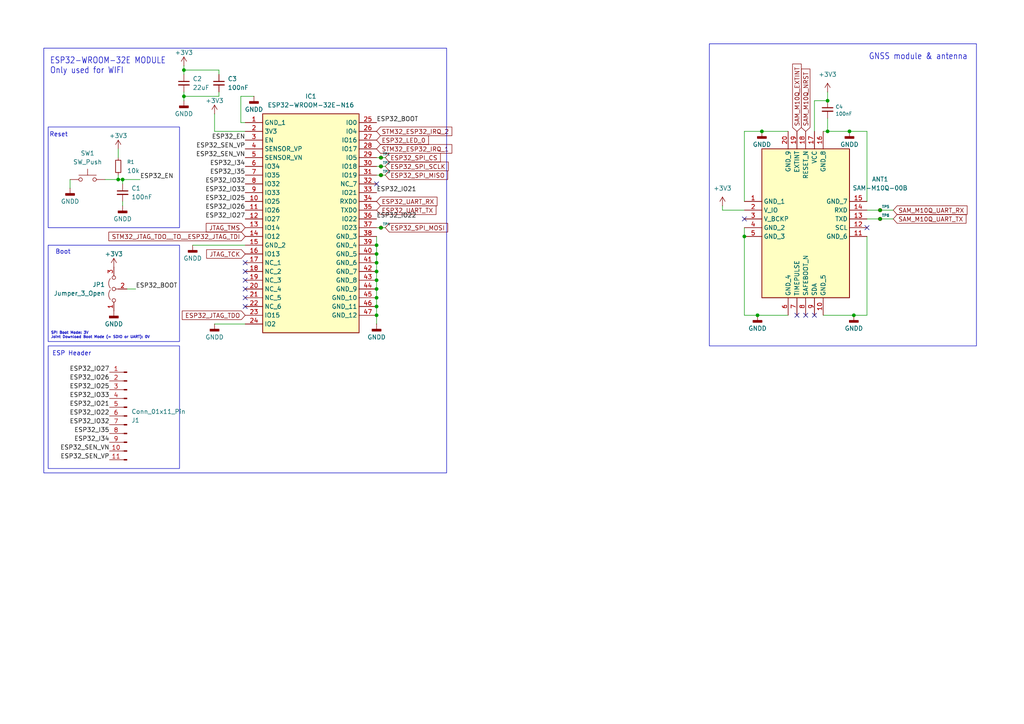
<source format=kicad_sch>
(kicad_sch (version 20250114) (generator "eeschema") (generator_version "9.0")
  (paper "A4")
  (title_block (title "Toxic_Detection_PCB") (date "2026-02-12") (rev "4.1") (company "Company: LNIS") (comment 4 "Author: Paul Capgras"))
  (lib_symbols
    (symbol "+3V3_1" (power) (pin_numbers (hide yes)) (pin_names (offset 0) (hide yes))
      (property "Value" "+3V3" (at 0 3.556 0))
      (symbol "+3V3_1_0_1"
        (polyline (pts (xy -0.762 1.27) (xy 0 2.54)))
        (polyline (pts (xy 0 2.54) (xy 0.762 1.27)))
        (polyline (pts (xy 0 0) (xy 0 2.54)))
      )
      (symbol "+3V3_1_1_1"
        (pin power_in line (at 0 0 90) (length 0) (name "~") (number "1"))
      )
    )
    (symbol "+3V3_2" (power) (pin_numbers (hide yes)) (pin_names (offset 0) (hide yes))
      (property "Value" "+3V3" (at 0 3.556 0))
      (symbol "+3V3_2_0_1"
        (polyline (pts (xy -0.762 1.27) (xy 0 2.54)))
        (polyline (pts (xy 0 2.54) (xy 0.762 1.27)))
        (polyline (pts (xy 0 0) (xy 0 2.54)))
      )
      (symbol "+3V3_2_1_1"
        (pin power_in line (at 0 0 90) (length 0) (name "~") (number "1"))
      )
    )
    (symbol "Connector:Conn_01x11_Pin" (pin_names (offset 1.016) (hide yes))
      (property "Reference" "J" (at 0 15.24 0))
      (property "Value" "Conn_01x11_Pin" (at 0 -15.24 0))
      (symbol "Conn_01x11_Pin_1_1"
        (rectangle (start 0.8636 12.827) (end 0 12.573) (stroke (width 0.1524)) (fill (type outline)))
        (rectangle (start 0.8636 10.287) (end 0 10.033) (stroke (width 0.1524)) (fill (type outline)))
        (rectangle (start 0.8636 7.747) (end 0 7.493) (stroke (width 0.1524)) (fill (type outline)))
        (rectangle (start 0.8636 5.207) (end 0 4.953) (stroke (width 0.1524)) (fill (type outline)))
        (rectangle (start 0.8636 2.667) (end 0 2.413) (stroke (width 0.1524)) (fill (type outline)))
        (rectangle (start 0.8636 0.127) (end 0 -0.127) (stroke (width 0.1524)) (fill (type outline)))
        (rectangle (start 0.8636 -2.413) (end 0 -2.667) (stroke (width 0.1524)) (fill (type outline)))
        (rectangle (start 0.8636 -4.953) (end 0 -5.207) (stroke (width 0.1524)) (fill (type outline)))
        (rectangle (start 0.8636 -7.493) (end 0 -7.747) (stroke (width 0.1524)) (fill (type outline)))
        (rectangle (start 0.8636 -10.033) (end 0 -10.287) (stroke (width 0.1524)) (fill (type outline)))
        (rectangle (start 0.8636 -12.573) (end 0 -12.827) (stroke (width 0.1524)) (fill (type outline)))
        (polyline (pts (xy 1.27 12.7) (xy 0.8636 12.7)) (stroke (width 0.1524)))
        (polyline (pts (xy 1.27 10.16) (xy 0.8636 10.16)) (stroke (width 0.1524)))
        (polyline (pts (xy 1.27 7.62) (xy 0.8636 7.62)) (stroke (width 0.1524)))
        (polyline (pts (xy 1.27 5.08) (xy 0.8636 5.08)) (stroke (width 0.1524)))
        (polyline (pts (xy 1.27 2.54) (xy 0.8636 2.54)) (stroke (width 0.1524)))
        (polyline (pts (xy 1.27 0) (xy 0.8636 0)) (stroke (width 0.1524)))
        (polyline (pts (xy 1.27 -2.54) (xy 0.8636 -2.54)) (stroke (width 0.1524)))
        (polyline (pts (xy 1.27 -5.08) (xy 0.8636 -5.08)) (stroke (width 0.1524)))
        (polyline (pts (xy 1.27 -7.62) (xy 0.8636 -7.62)) (stroke (width 0.1524)))
        (polyline (pts (xy 1.27 -10.16) (xy 0.8636 -10.16)) (stroke (width 0.1524)))
        (polyline (pts (xy 1.27 -12.7) (xy 0.8636 -12.7)) (stroke (width 0.1524)))
        (pin passive line (at 5.08 12.7 180) (length 3.81) (name "Pin_1") (number "1"))
        (pin passive line (at 5.08 10.16 180) (length 3.81) (name "Pin_2") (number "2"))
        (pin passive line (at 5.08 7.62 180) (length 3.81) (name "Pin_3") (number "3"))
        (pin passive line (at 5.08 5.08 180) (length 3.81) (name "Pin_4") (number "4"))
        (pin passive line (at 5.08 2.54 180) (length 3.81) (name "Pin_5") (number "5"))
        (pin passive line (at 5.08 0 180) (length 3.81) (name "Pin_6") (number "6"))
        (pin passive line (at 5.08 -2.54 180) (length 3.81) (name "Pin_7") (number "7"))
        (pin passive line (at 5.08 -5.08 180) (length 3.81) (name "Pin_8") (number "8"))
        (pin passive line (at 5.08 -7.62 180) (length 3.81) (name "Pin_9") (number "9"))
        (pin passive line (at 5.08 -10.16 180) (length 3.81) (name "Pin_10") (number "10"))
        (pin passive line (at 5.08 -12.7 180) (length 3.81) (name "Pin_11") (number "11"))
      )
    )
    (symbol "Connector:TestPoint_Small" (pin_numbers (hide yes)) (pin_names (offset 0.762) (hide yes))
      (property "Reference" "TP" (at 0 3.81 0))
      (property "Value" "TestPoint_Small" (at 0 2.032 0))
      (symbol "TestPoint_Small_0_1"
        (circle (center 0 0) (radius 0.508))
      )
      (symbol "TestPoint_Small_1_1"
        (pin passive line (at 0 0 90) (length 0) (name "1") (number "1"))
      )
    )
    (symbol "Device:C_Small" (pin_numbers (hide yes)) (pin_names (offset 0.254) (hide yes))
      (property "Reference" "C" (at 0.254 1.778 0))
      (property "Value" "C_Small" (at 0.254 -2.032 0))
      (symbol "C_Small_0_1"
        (polyline (pts (xy -1.524 0.508) (xy 1.524 0.508)) (stroke (width 0.3048)))
        (polyline (pts (xy -1.524 -0.508) (xy 1.524 -0.508)) (stroke (width 0.3302)))
      )
      (symbol "C_Small_1_1"
        (pin passive line (at 0 2.54 270) (length 2.032) (name "~") (number "1"))
        (pin passive line (at 0 -2.54 90) (length 2.032) (name "~") (number "2"))
      )
    )
    (symbol "Device:R_Small" (pin_numbers (hide yes)) (pin_names (offset 0.254) (hide yes))
      (property "Reference" "R" (at 0 0 90))
      (property "Value" "R_Small" (at 1.778 0 90))
      (symbol "R_Small_0_1"
        (rectangle (start -0.762 1.778) (end 0.762 -1.778) (stroke (width 0.2032)))
      )
      (symbol "R_Small_1_1"
        (pin passive line (at 0 2.54 270) (length 0.762) (name "~") (number "1"))
        (pin passive line (at 0 -2.54 90) (length 0.762) (name "~") (number "2"))
      )
    )
    (symbol "ESP32-WROOM-32E-N16:ESP32-WROOM-32E-N16"
      (property "Reference" "IC" (at 34.29 7.62 0))
      (property "Value" "ESP32-WROOM-32E-N16" (at 34.29 5.08 0))
      (symbol "ESP32-WROOM-32E-N16_1_1"
        (rectangle (start 5.08 2.54) (end 33.02 -60.96) (stroke (width 0.254)) (fill (type background)))
        (pin passive line (at 0 0 0) (length 5.08) (name "GND_1") (number "1"))
        (pin passive line (at 0 -2.54 0) (length 5.08) (name "3V3") (number "2"))
        (pin passive line (at 0 -5.08 0) (length 5.08) (name "EN") (number "3"))
        (pin passive line (at 0 -7.62 0) (length 5.08) (name "SENSOR_VP") (number "4"))
        (pin passive line (at 0 -10.16 0) (length 5.08) (name "SENSOR_VN") (number "5"))
        (pin passive line (at 0 -12.7 0) (length 5.08) (name "IO34") (number "6"))
        (pin passive line (at 0 -15.24 0) (length 5.08) (name "IO35") (number "7"))
        (pin passive line (at 0 -17.78 0) (length 5.08) (name "IO32") (number "8"))
        (pin passive line (at 0 -20.32 0) (length 5.08) (name "IO33") (number "9"))
        (pin passive line (at 0 -22.86 0) (length 5.08) (name "IO25") (number "10"))
        (pin passive line (at 0 -25.4 0) (length 5.08) (name "IO26") (number "11"))
        (pin passive line (at 0 -27.94 0) (length 5.08) (name "IO27") (number "12"))
        (pin passive line (at 0 -30.48 0) (length 5.08) (name "IO14") (number "13"))
        (pin passive line (at 0 -33.02 0) (length 5.08) (name "IO12") (number "14"))
        (pin passive line (at 0 -35.56 0) (length 5.08) (name "GND_2") (number "15"))
        (pin passive line (at 0 -38.1 0) (length 5.08) (name "IO13") (number "16"))
        (pin passive line (at 0 -40.64 0) (length 5.08) (name "NC_1") (number "17"))
        (pin passive line (at 0 -43.18 0) (length 5.08) (name "NC_2") (number "18"))
        (pin passive line (at 0 -45.72 0) (length 5.08) (name "NC_3") (number "19"))
        (pin passive line (at 0 -48.26 0) (length 5.08) (name "NC_4") (number "20"))
        (pin passive line (at 0 -50.8 0) (length 5.08) (name "NC_5") (number "21"))
        (pin passive line (at 0 -53.34 0) (length 5.08) (name "NC_6") (number "22"))
        (pin passive line (at 0 -55.88 0) (length 5.08) (name "IO15") (number "23"))
        (pin passive line (at 0 -58.42 0) (length 5.08) (name "IO2") (number "24"))
        (pin passive line (at 38.1 0 180) (length 5.08) (name "IO0") (number "25"))
        (pin passive line (at 38.1 -2.54 180) (length 5.08) (name "IO4") (number "26"))
        (pin passive line (at 38.1 -5.08 180) (length 5.08) (name "IO16") (number "27"))
        (pin passive line (at 38.1 -7.62 180) (length 5.08) (name "IO17") (number "28"))
        (pin passive line (at 38.1 -10.16 180) (length 5.08) (name "IO5") (number "29"))
        (pin passive line (at 38.1 -12.7 180) (length 5.08) (name "IO18") (number "30"))
        (pin passive line (at 38.1 -15.24 180) (length 5.08) (name "IO19") (number "31"))
        (pin passive line (at 38.1 -17.78 180) (length 5.08) (name "NC_7") (number "32"))
        (pin passive line (at 38.1 -20.32 180) (length 5.08) (name "IO21") (number "33"))
        (pin passive line (at 38.1 -22.86 180) (length 5.08) (name "RXD0") (number "34"))
        (pin passive line (at 38.1 -25.4 180) (length 5.08) (name "TXD0") (number "35"))
        (pin passive line (at 38.1 -27.94 180) (length 5.08) (name "IO22") (number "36"))
        (pin passive line (at 38.1 -30.48 180) (length 5.08) (name "IO23") (number "37"))
        (pin passive line (at 38.1 -33.02 180) (length 5.08) (name "GND_3") (number "38"))
        (pin passive line (at 38.1 -35.56 180) (length 5.08) (name "GND_4") (number "39"))
        (pin passive line (at 38.1 -38.1 180) (length 5.08) (name "GND_5") (number "40"))
        (pin passive line (at 38.1 -40.64 180) (length 5.08) (name "GND_6") (number "41"))
        (pin passive line (at 38.1 -43.18 180) (length 5.08) (name "GND_7") (number "42"))
        (pin passive line (at 38.1 -45.72 180) (length 5.08) (name "GND_8") (number "43"))
        (pin passive line (at 38.1 -48.26 180) (length 5.08) (name "GND_9") (number "44"))
        (pin passive line (at 38.1 -50.8 180) (length 5.08) (name "GND_10") (number "45"))
        (pin passive line (at 38.1 -53.34 180) (length 5.08) (name "GND_11") (number "46"))
        (pin passive line (at 38.1 -55.88 180) (length 5.08) (name "GND_12") (number "47"))
      )
    )
    (symbol "Jumper:Jumper_3_Open" (pin_names (offset 0) (hide yes)) (in_bom no)
      (property "Reference" "JP" (at -2.54 -2.54 0))
      (property "Value" "Jumper_3_Open" (at 0 2.794 0))
      (symbol "Jumper_3_Open_0_0"
        (circle (center -3.302 0) (radius 0.508))
        (circle (center 0 0) (radius 0.508))
        (circle (center 3.302 0) (radius 0.508))
      )
      (symbol "Jumper_3_Open_0_1"
        (arc (start -3.048 1.016) (mid -1.651 1.4992) (end -0.254 1.016))
        (polyline (pts (xy 0 -0.508) (xy 0 -1.27)))
        (arc (start 0.254 1.016) (mid 1.651 1.4992) (end 3.048 1.016))
      )
      (symbol "Jumper_3_Open_1_1"
        (pin passive line (at -6.35 0 0) (length 2.54) (name "A") (number "1"))
        (pin passive line (at 0 -3.81 90) (length 2.54) (name "C") (number "2"))
        (pin passive line (at 6.35 0 180) (length 2.54) (name "B") (number "3"))
      )
    )
    (symbol "SAM-M10Q-00B:SAM-M10Q-00B"
      (property "Reference" "ANT" (at 31.75 20.32 0))
      (property "Value" "SAM-M10Q-00B" (at 31.75 17.78 0))
      (symbol "SAM-M10Q-00B_1_1"
        (rectangle (start 5.08 15.24) (end 30.48 -27.94) (stroke (width 0.254)) (fill (type background)))
        (pin passive line (at 0 0 0) (length 5.08) (name "GND_1") (number "1"))
        (pin passive line (at 0 -2.54 0) (length 5.08) (name "V_IO") (number "2"))
        (pin passive line (at 0 -5.08 0) (length 5.08) (name "V_BCKP") (number "3"))
        (pin passive line (at 0 -7.62 0) (length 5.08) (name "GND_2") (number "4"))
        (pin passive line (at 0 -10.16 0) (length 5.08) (name "GND_3") (number "5"))
        (pin passive line (at 12.7 20.32 270) (length 5.08) (name "GND_9") (number "20"))
        (pin passive line (at 12.7 -33.02 90) (length 5.08) (name "GND_4") (number "6"))
        (pin passive line (at 15.24 20.32 270) (length 5.08) (name "EXTINT") (number "19"))
        (pin passive line (at 15.24 -33.02 90) (length 5.08) (name "TIMEPULSE") (number "7"))
        (pin passive line (at 17.78 20.32 270) (length 5.08) (name "RESET_N") (number "18"))
        (pin passive line (at 17.78 -33.02 90) (length 5.08) (name "SAFEBOOT_N") (number "8"))
        (pin passive line (at 20.32 20.32 270) (length 5.08) (name "VCC") (number "17"))
        (pin passive line (at 20.32 -33.02 90) (length 5.08) (name "SDA") (number "9"))
        (pin passive line (at 22.86 20.32 270) (length 5.08) (name "GND_8") (number "16"))
        (pin passive line (at 22.86 -33.02 90) (length 5.08) (name "GND_5") (number "10"))
        (pin passive line (at 35.56 0 180) (length 5.08) (name "GND_7") (number "15"))
        (pin passive line (at 35.56 -2.54 180) (length 5.08) (name "RXD") (number "14"))
        (pin passive line (at 35.56 -5.08 180) (length 5.08) (name "TXD") (number "13"))
        (pin passive line (at 35.56 -7.62 180) (length 5.08) (name "SCL") (number "12"))
        (pin passive line (at 35.56 -10.16 180) (length 5.08) (name "GND_6") (number "11"))
      )
    )
    (symbol "Switch:SW_Push" (pin_numbers (hide yes)) (pin_names (offset 1.016) (hide yes))
      (property "Reference" "SW" (at 1.27 2.54 0))
      (property "Value" "SW_Push" (at 0 -1.524 0))
      (symbol "SW_Push_0_1"
        (circle (center -2.032 0) (radius 0.508))
        (polyline (pts (xy 0 1.27) (xy 0 3.048)))
        (circle (center 2.032 0) (radius 0.508))
        (polyline (pts (xy 2.54 1.27) (xy -2.54 1.27)))
        (pin passive line (at -5.08 0 0) (length 2.54) (name "1") (number "1"))
        (pin passive line (at 5.08 0 180) (length 2.54) (name "2") (number "2"))
      )
    )
    (symbol "power:GNDD" (power) (pin_numbers (hide yes)) (pin_names (offset 0) (hide yes))
      (property "Value" "GNDD" (at 0 -3.175 0))
      (symbol "GNDD_0_1"
        (rectangle (start -1.27 -1.524) (end 1.27 -2.032) (stroke (width 0.254)) (fill (type outline)))
        (polyline (pts (xy 0 0) (xy 0 -1.524)))
      )
      (symbol "GNDD_1_1"
        (pin power_in line (at 0 0 270) (length 0) (name "~") (number "1"))
      )
    )
  )
  (rectangle (start 205.74 12.7) (end 283.21 100.33))
  (rectangle (start 13.97 71.12) (end 52.07 99.06))
  (rectangle (start 13.97 100.33) (end 52.07 135.89))
  (rectangle (start 12.7 13.97) (end 129.54 137.16))
  (rectangle (start 13.97 36.83) (end 52.07 66.04))
  (text "Boot" (at 18.288 73.152 0) (effects (font (size 1.27 1.27))))
  (text "GNSS module & antenna" (at 251.968 17.526 0) (effects (font (size 1.778 1.5113)) (justify left bottom)))
  (text "ESP Header" (at 20.828 102.616 0) (effects (font (size 1.27 1.27))))
  (text "Reset" (at 17.018 39.116 0) (effects (font (size 1.27 1.27))))
  (text "SPI Boot Mode: 3V\nJoint Download Boot Mode (= SDIO or UART): 0V" (at 14.732 97.282 0) (effects (font (size 0.762 0.762)) (justify left)))
  (text "ESP32-WROOM-32E MODULE\nOnly used for WIFI" (at 14.478 21.59 0) (effects (font (size 1.778 1.5113)) (justify left bottom)))
  (junction (at 246.38 38.1))
  (junction (at 110.49 48.26))
  (junction (at 215.9 68.58))
  (junction (at 109.22 91.44))
  (junction (at 109.22 83.82))
  (junction (at 255.27 60.96))
  (junction (at 110.49 45.72))
  (junction (at 240.03 29.21))
  (junction (at 219.71 91.44))
  (junction (at 247.65 91.44))
  (junction (at 109.22 78.74))
  (junction (at 109.22 81.28))
  (junction (at 109.22 71.12))
  (junction (at 35.56 52.07))
  (junction (at 109.22 73.66))
  (junction (at 110.49 66.04))
  (junction (at 109.22 86.36))
  (junction (at 53.34 20.32))
  (junction (at 255.27 63.5))
  (junction (at 109.22 88.9))
  (junction (at 53.34 27.94))
  (junction (at 220.98 38.1))
  (junction (at 109.22 76.2))
  (junction (at 110.49 50.8))
  (junction (at 34.29 52.07))
  (junction (at 240.03 38.1))
  (no_connect (at 71.12 81.28))
  (no_connect (at 251.46 66.04))
  (no_connect (at 215.9 63.5))
  (no_connect (at 71.12 78.74))
  (no_connect (at 236.22 91.44))
  (no_connect (at 71.12 86.36))
  (no_connect (at 231.14 91.44))
  (no_connect (at 71.12 83.82))
  (no_connect (at 233.68 91.44))
  (no_connect (at 71.12 88.9))
  (no_connect (at 109.22 53.34))
  (no_connect (at 71.12 76.2))
  (wire (pts (xy 73.66 27.94) (xy 69.85 27.94)))
  (wire (pts (xy 209.55 59.69) (xy 209.55 60.96)))
  (wire (pts (xy 53.34 27.94) (xy 63.5 27.94)))
  (wire (pts (xy 240.03 26.67) (xy 240.03 29.21)))
  (wire (pts (xy 215.9 38.1) (xy 220.98 38.1)))
  (wire (pts (xy 259.08 60.96) (xy 255.27 60.96)))
  (wire (pts (xy 247.65 91.44) (xy 251.46 91.44)))
  (wire (pts (xy 109.22 48.26) (xy 110.49 48.26)))
  (wire (pts (xy 62.23 38.1) (xy 71.12 38.1)))
  (wire (pts (xy 111.76 48.26) (xy 110.49 48.26)))
  (wire (pts (xy 30.48 52.07) (xy 34.29 52.07)))
  (wire (pts (xy 20.32 54.61) (xy 20.32 52.07)))
  (wire (pts (xy 246.38 38.1) (xy 251.46 38.1)))
  (wire (pts (xy 259.08 63.5) (xy 255.27 63.5)))
  (wire (pts (xy 69.85 27.94) (xy 69.85 35.56)))
  (wire (pts (xy 53.34 27.94) (xy 53.34 29.21)))
  (wire (pts (xy 111.76 45.72) (xy 110.49 45.72)))
  (wire (pts (xy 39.37 83.82) (xy 36.83 83.82)))
  (wire (pts (xy 219.71 91.44) (xy 215.9 91.44)))
  (wire (pts (xy 209.55 60.96) (xy 215.9 60.96)))
  (wire (pts (xy 236.22 29.21) (xy 236.22 38.1)))
  (wire (pts (xy 35.56 52.07) (xy 40.64 52.07)))
  (wire (pts (xy 228.6 38.1) (xy 220.98 38.1)))
  (wire (pts (xy 251.46 38.1) (xy 251.46 58.42)))
  (wire (pts (xy 251.46 60.96) (xy 255.27 60.96)))
  (wire (pts (xy 35.56 52.07) (xy 35.56 53.34)))
  (wire (pts (xy 34.29 50.8) (xy 34.29 52.07)))
  (wire (pts (xy 53.34 20.32) (xy 53.34 21.59)))
  (wire (pts (xy 53.34 19.05) (xy 53.34 20.32)))
  (wire (pts (xy 55.88 71.12) (xy 71.12 71.12)))
  (wire (pts (xy 63.5 20.32) (xy 63.5 21.59)))
  (wire (pts (xy 53.34 26.67) (xy 53.34 27.94)))
  (wire (pts (xy 63.5 26.67) (xy 63.5 27.94)))
  (wire (pts (xy 34.29 52.07) (xy 35.56 52.07)))
  (wire (pts (xy 62.23 93.98) (xy 71.12 93.98)))
  (wire (pts (xy 238.76 91.44) (xy 247.65 91.44)))
  (wire (pts (xy 251.46 68.58) (xy 251.46 91.44)))
  (wire (pts (xy 111.76 50.8) (xy 110.49 50.8)))
  (wire (pts (xy 53.34 20.32) (xy 63.5 20.32)))
  (wire (pts (xy 255.27 63.5) (xy 251.46 63.5)))
  (wire (pts (xy 240.03 34.29) (xy 240.03 38.1)))
  (wire (pts (xy 34.29 43.18) (xy 34.29 45.72)))
  (wire (pts (xy 109.22 91.44) (xy 109.22 93.98)))
  (wire (pts (xy 109.22 68.58) (xy 109.22 71.12)))
  (wire (pts (xy 109.22 78.74) (xy 109.22 81.28)))
  (wire (pts (xy 109.22 73.66) (xy 109.22 76.2)))
  (wire (pts (xy 109.22 71.12) (xy 109.22 73.66)))
  (wire (pts (xy 62.23 33.02) (xy 62.23 38.1)))
  (wire (pts (xy 238.76 38.1) (xy 240.03 38.1)))
  (wire (pts (xy 215.9 38.1) (xy 215.9 58.42)))
  (wire (pts (xy 109.22 66.04) (xy 110.49 66.04)))
  (wire (pts (xy 109.22 45.72) (xy 110.49 45.72)))
  (wire (pts (xy 109.22 83.82) (xy 109.22 86.36)))
  (wire (pts (xy 240.03 38.1) (xy 246.38 38.1)))
  (wire (pts (xy 109.22 76.2) (xy 109.22 78.74)))
  (wire (pts (xy 35.56 59.69) (xy 35.56 58.42)))
  (wire (pts (xy 228.6 91.44) (xy 219.71 91.44)))
  (wire (pts (xy 215.9 66.04) (xy 215.9 68.58)))
  (wire (pts (xy 240.03 29.21) (xy 236.22 29.21)))
  (wire (pts (xy 110.49 50.8) (xy 109.22 50.8)))
  (wire (pts (xy 215.9 68.58) (xy 215.9 91.44)))
  (wire (pts (xy 109.22 81.28) (xy 109.22 83.82)))
  (wire (pts (xy 69.85 35.56) (xy 71.12 35.56)))
  (wire (pts (xy 110.49 66.04) (xy 111.76 66.04)))
  (wire (pts (xy 109.22 86.36) (xy 109.22 88.9)))
  (wire (pts (xy 109.22 88.9) (xy 109.22 91.44)))
  (label "ESP32_I35" (at 31.75 125.73 180))
  (label "ESP32_I34" (at 31.75 128.27 180))
  (label "ESP32_SEN_VN" (at 71.12 45.72 180))
  (label "ESP32_IO26" (at 71.12 60.96 180))
  (label "ESP32_IO32" (at 31.75 123.19 180))
  (label "ESP32_SEN_VN" (at 31.75 130.81 180))
  (label "ESP32_IO22" (at 31.75 120.65 180))
  (label "ESP32_EN" (at 71.12 40.64 180))
  (label "ESP32_IO32" (at 71.12 53.34 180))
  (label "ESP32_SEN_VP" (at 71.12 43.18 180))
  (label "ESP32_IO21" (at 109.22 55.88 0))
  (label "ESP32_IO33" (at 71.12 55.88 180))
  (label "ESP32_SEN_VP" (at 31.75 133.35 180))
  (label "ESP32_IO25" (at 31.75 113.03 180))
  (label "ESP32_IO33" (at 31.75 115.57 180))
  (label "ESP32_I35" (at 71.12 50.8 180))
  (label "ESP32_IO27" (at 31.75 107.95 180))
  (label "ESP32_BOOT" (at 39.37 83.82 0))
  (label "ESP32_IO27" (at 71.12 63.5 180))
  (label "ESP32_I34" (at 71.12 48.26 180))
  (label "ESP32_IO26" (at 31.75 110.49 180))
  (label "ESP32_BOOT" (at 109.22 35.56 0))
  (label "ESP32_EN" (at 40.64 52.07 0))
  (label "ESP32_IO25" (at 71.12 58.42 180))
  (label "ESP32_IO22" (at 109.22 63.5 0))
  (label "ESP32_IO21" (at 31.75 118.11 180))
  (global_label "STM32_ESP32_IRQ_1" (shape input) (at 109.22 43.18 0) (property "Intersheetrefs" "${INTERSHEET_REFS}" (effects (hide yes))))
  (global_label "ESP32_UART_RX" (shape input) (at 109.22 58.42 0) (property "Intersheetrefs" "${INTERSHEET_REFS}" (effects (hide yes))))
  (global_label "STM32_ESP32_IRQ_2" (shape input) (at 109.22 38.1 0) (property "Intersheetrefs" "${INTERSHEET_REFS}" (effects (hide yes))))
  (global_label "ESP32_LED_0" (shape input) (at 109.22 40.64 0) (property "Intersheetrefs" "${INTERSHEET_REFS}" (effects (hide yes))))
  (global_label "SAM_M10Q_NRST" (shape input) (at 233.68 38.1 90) (property "Intersheetrefs" "${INTERSHEET_REFS}" (effects (hide yes))))
  (global_label "ESP32_SPI_MOSI" (shape input) (at 111.76 66.04 0) (property "Intersheetrefs" "${INTERSHEET_REFS}" (effects (hide yes))))
  (global_label "SAM_M10Q_UART_RX" (shape input) (at 259.08 60.96 0) (property "Intersheetrefs" "${INTERSHEET_REFS}" (effects (hide yes))))
  (global_label "JTAG_TMS" (shape input) (at 71.12 66.04 180) (property "Intersheetrefs" "${INTERSHEET_REFS}" (effects (hide yes))))
  (global_label "ESP32_JTAG_TDO" (shape input) (at 71.12 91.44 180) (property "Intersheetrefs" "${INTERSHEET_REFS}" (effects (hide yes))))
  (global_label "STM32_JTAG_TDO__TO__ESP32_JTAG_TDI" (shape input) (at 71.12 68.58 180) (property "Intersheetrefs" "${INTERSHEET_REFS}" (effects (hide yes))))
  (global_label "ESP32_SPI_SCLK" (shape input) (at 111.76 48.26 0) (property "Intersheetrefs" "${INTERSHEET_REFS}" (effects (hide yes))))
  (global_label "JTAG_TCK" (shape input) (at 71.12 73.66 180) (property "Intersheetrefs" "${INTERSHEET_REFS}" (effects (hide yes))))
  (global_label "SAM_M10Q_UART_TX" (shape input) (at 259.08 63.5 0) (property "Intersheetrefs" "${INTERSHEET_REFS}" (effects (hide yes))))
  (global_label "SAM_M10Q_EXTINT" (shape input) (at 231.14 38.1 90) (property "Intersheetrefs" "${INTERSHEET_REFS}" (effects (hide yes))))
  (global_label "ESP32_SPI_CS" (shape input) (at 111.76 45.72 0) (property "Intersheetrefs" "${INTERSHEET_REFS}" (effects (hide yes))))
  (global_label "ESP32_UART_TX" (shape input) (at 109.22 60.96 0) (property "Intersheetrefs" "${INTERSHEET_REFS}" (effects (hide yes))))
  (global_label "ESP32_SPI_MISO" (shape input) (at 111.76 50.8 0) (property "Intersheetrefs" "${INTERSHEET_REFS}" (effects (hide yes))))
  (symbol (lib_id "power:GNDD") (at 246.38 38.1 0) (unit 1)
    (property "Reference" "#PWR017" (effects (hide yes)))
    (property "Value" "GNDD" (at 246.38 41.91 0))
    (property "Description" "Power symbol creates a global label with name \"GNDD\" , digital ground" (effects (hide yes)))
  )
  (symbol (lib_id "Connector:TestPoint_Small") (at 110.49 48.26 0) (unit 1)
    (property "Reference" "TP2" (at 110.998 47.244 0) (effects (font (size 0.762 0.762)) (justify left)))
    (property "Value" "TestPoint_Small" (effects (hide yes)))
    (property "Footprint" "TestPoint:TestPoint_Pad_D1.0mm" (effects (hide yes)))
    (property "Description" "test point" (effects (hide yes)))
  )
  (symbol (lib_id "power:GNDD") (at 73.66 27.94 0) (unit 1)
    (property "Reference" "#PWR011" (effects (hide yes)))
    (property "Value" "GNDD" (at 73.66 31.75 0))
    (property "Description" "Power symbol creates a global label with name \"GNDD\" , digital ground" (effects (hide yes)))
  )
  (symbol (lib_id "power:GNDD") (at 220.98 38.1 0) (unit 1)
    (property "Reference" "#PWR015" (effects (hide yes)))
    (property "Value" "GNDD" (at 220.98 41.91 0))
    (property "Description" "Power symbol creates a global label with name \"GNDD\" , digital ground" (effects (hide yes)))
  )
  (symbol (lib_id "Connector:TestPoint_Small") (at 255.27 63.5 0) (unit 1)
    (property "Reference" "TP6" (at 255.778 62.484 0) (effects (font (size 0.762 0.762)) (justify left)))
    (property "Value" "TestPoint_Small" (effects (hide yes)))
    (property "Footprint" "TestPoint:TestPoint_Pad_D1.0mm" (effects (hide yes)))
    (property "Description" "test point" (effects (hide yes)))
  )
  (symbol (lib_id "Device:C_Small") (at 63.5 24.13 0) (unit 1)
    (property "Reference" "C3" (at 66.04 22.8662 0) (effects (justify left)))
    (property "Value" "100nF" (at 66.04 25.4062 0) (effects (justify left)))
    (property "Footprint" "Capacitor_SMD:C_0805_2012Metric_Pad1.18x1.45mm_HandSolder" (effects (hide yes)))
    (property "Description" "Unpolarized capacitor, small symbol" (effects (hide yes)))
  )
  (symbol (lib_id "Connector:Conn_01x11_Pin") (at 36.83 120.65 0) (mirror y) (unit 1)
    (property "Reference" "J1" (at 38.1 121.9201 0) (effects (justify right)))
    (property "Value" "Conn_01x11_Pin" (at 38.1 119.3801 0) (effects (justify right)))
    (property "Footprint" "Connector_PinHeader_2.54mm:PinHeader_1x11_P2.54mm_Vertical" (effects (hide yes)))
    (property "Description" "Generic connector, single row, 01x11, script generated" (effects (hide yes)))
  )
  (symbol (lib_name "+3V3_1") (lib_id "power:+3V3") (at 240.03 26.67 0) (unit 1)
    (property "Reference" "#PWR016" (effects (hide yes)))
    (property "Value" "+3V3" (at 240.03 21.59 0))
    (property "Description" "Power symbol creates a global label with name \"+3V3\"" (effects (hide yes)))
  )
  (symbol (lib_id "Device:C_Small") (at 240.03 31.75 0) (unit 1)
    (property "Reference" "C4" (at 242.316 30.988 0) (effects (font (size 1.016 1.016)) (justify left)))
    (property "Value" "100nF" (at 242.316 33.02 0) (effects (font (size 1.016 1.016)) (justify left)))
    (property "Footprint" "Capacitor_SMD:C_0805_2012Metric_Pad1.18x1.45mm_HandSolder" (effects (hide yes)))
    (property "Description" "Unpolarized capacitor, small symbol" (effects (hide yes)))
  )
  (symbol (lib_name "+3V3_2") (lib_id "power:+3V3") (at 33.02 77.47 0) (unit 1)
    (property "Reference" "#PWR02" (effects (hide yes)))
    (property "Value" "+3V3" (at 33.02 73.66 0))
    (property "Description" "Power symbol creates a global label with name \"+3V3\"" (effects (hide yes)))
  )
  (symbol (lib_id "Connector:TestPoint_Small") (at 110.49 50.8 0) (unit 1)
    (property "Reference" "TP3" (at 110.998 49.784 0) (effects (font (size 0.762 0.762)) (justify left)))
    (property "Value" "TestPoint_Small" (effects (hide yes)))
    (property "Footprint" "TestPoint:TestPoint_Pad_D1.0mm" (effects (hide yes)))
    (property "Description" "test point" (effects (hide yes)))
  )
  (symbol (lib_id "power:GNDD") (at 33.02 90.17 0) (unit 1)
    (property "Reference" "#PWR03" (effects (hide yes)))
    (property "Value" "GNDD" (at 33.02 93.98 0))
    (property "Description" "Power symbol creates a global label with name \"GNDD\" , digital ground" (effects (hide yes)))
  )
  (symbol (lib_id "power:GNDD") (at 35.56 59.69 0) (unit 1)
    (property "Reference" "#PWR05" (effects (hide yes)))
    (property "Value" "GNDD" (at 35.56 63.5 0))
    (property "Description" "Power symbol creates a global label with name \"GNDD\" , digital ground" (effects (hide yes)))
  )
  (symbol (lib_name "+3V3_2") (lib_id "power:+3V3") (at 62.23 33.02 0) (unit 1)
    (property "Reference" "#PWR09" (effects (hide yes)))
    (property "Value" "+3V3" (at 62.23 29.21 0))
    (property "Description" "Power symbol creates a global label with name \"+3V3\"" (effects (hide yes)))
  )
  (symbol (lib_id "power:GNDD") (at 53.34 29.21 0) (unit 1)
    (property "Reference" "#PWR07" (effects (hide yes)))
    (property "Value" "GNDD" (at 53.34 33.02 0))
    (property "Description" "Power symbol creates a global label with name \"GNDD\" , digital ground" (effects (hide yes)))
  )
  (symbol (lib_id "Device:R_Small") (at 34.29 48.26 0) (unit 1)
    (property "Reference" "R1" (at 36.83 46.9899 0) (effects (font (size 1.016 1.016)) (justify left)))
    (property "Value" "10k" (at 36.83 49.5299 0) (effects (justify left)))
    (property "Footprint" "Resistor_SMD:R_0805_2012Metric_Pad1.20x1.40mm_HandSolder" (effects (hide yes)))
    (property "Description" "Resistor, small symbol" (effects (hide yes)))
  )
  (symbol (lib_id "SAM-M10Q-00B:SAM-M10Q-00B") (at 215.9 58.42 0) (unit 1)
    (property "Reference" "ANT1" (at 255.27 51.9998 0))
    (property "Value" "SAM-M10Q-00B" (at 255.27 54.5398 0))
    (property "Footprint" "GNSS module and antenna:SAMM10Q00B_custom" (effects (hide yes)))
    (property "Datasheet" "https://content.u-blox.com/sites/default/files/documents/SAM-M10Q_DataSheet_UBX-22013293.pdf" (effects (hide yes)))
    (property "Description" "GNSS / GPS Modules M10 precision GNSS patch antenna module" (effects (hide yes)))
    (property "Height" "6.8" (effects (hide yes)))
    (property "Mouser Part Number" "377-SAM-M10Q-00B" (effects (hide yes)))
    (property "Mouser Price/Stock" "https://www.mouser.co.uk/ProductDetail/u-blox/SAM-M10Q-00B?qs=vvQtp7zwQdOaA6LplTUKjg%3D%3D" (effects (hide yes)))
    (property "Manufacturer_Name" "u-blox" (effects (hide yes)))
    (property "Manufacturer_Part_Number" "SAM-M10Q-00B" (effects (hide yes)))
  )
  (symbol (lib_id "power:GNDD") (at 55.88 71.12 0) (unit 1)
    (property "Reference" "#PWR08" (effects (hide yes)))
    (property "Value" "GNDD" (at 55.88 74.93 0))
    (property "Description" "Power symbol creates a global label with name \"GNDD\" , digital ground" (effects (hide yes)))
  )
  (symbol (lib_id "Jumper:Jumper_3_Open") (at 33.02 83.82 90) (unit 1)
    (property "Reference" "JP1" (at 30.48 82.5499 90) (effects (justify left)))
    (property "Value" "Jumper_3_Open" (at 30.48 85.0899 90) (effects (justify left)))
    (property "Footprint" "Connector_PinHeader_2.54mm:PinHeader_1x03_P2.54mm_Vertical" (effects (hide yes)))
    (property "Description" "Jumper, 3-pole, both open" (effects (hide yes)))
  )
  (symbol (lib_id "Connector:TestPoint_Small") (at 110.49 66.04 0) (unit 1)
    (property "Reference" "TP4" (at 110.998 65.024 0) (effects (font (size 0.762 0.762)) (justify left)))
    (property "Value" "TestPoint_Small" (effects (hide yes)))
    (property "Footprint" "TestPoint:TestPoint_Pad_D1.0mm" (effects (hide yes)))
    (property "Description" "test point" (effects (hide yes)))
  )
  (symbol (lib_id "Connector:TestPoint_Small") (at 110.49 45.72 0) (unit 1)
    (property "Reference" "TP1" (at 110.998 44.704 0) (effects (font (size 0.762 0.762)) (justify left)))
    (property "Value" "TestPoint_Small" (effects (hide yes)))
    (property "Footprint" "TestPoint:TestPoint_Pad_D1.0mm" (effects (hide yes)))
    (property "Description" "test point" (effects (hide yes)))
  )
  (symbol (lib_id "ESP32-WROOM-32E-N16:ESP32-WROOM-32E-N16") (at 71.12 35.56 0) (unit 1)
    (property "Reference" "IC1" (at 90.17 27.94 0))
    (property "Value" "ESP32-WROOM-32E-N16" (at 90.17 30.48 0))
    (property "Footprint" "ESP32-WROOM-32E-N16:ESP32WROOM32EN16" (effects (hide yes)))
    (property "Datasheet" "https://www.espressif.com/sites/default/files/documentation/esp32-wroom-32e_esp32-wroom-32ue_datasheet_en.pdf" (effects (hide yes)))
    (property "Description" "Bluetooth, WiFi 802.11b/g/n, Bluetooth v4.2 +EDR, Class 1, 2 and 3 Transceiver Module 2.4GHz ~ 2.5GHz Integrated, Trace Surface Mount" (effects (hide yes)))
    (property "Height" "3.25" (effects (hide yes)))
    (property "Mouser Part Number" "356-ESP32WRM32E128PH" (effects (hide yes)))
    (property "Mouser Price/Stock" "https://www.mouser.co.uk/ProductDetail/Espressif-Systems/ESP32-WROOM-32E-N16?qs=Li%252BoUPsLEnsC4cA%252BUYB2Bw%3D%3D" (effects (hide yes)))
    (property "Manufacturer_Name" "Espressif Systems" (effects (hide yes)))
    (property "Manufacturer_Part_Number" "ESP32-WROOM-32E-N16" (effects (hide yes)))
  )
  (symbol (lib_id "Switch:SW_Push") (at 25.4 52.07 0) (unit 1)
    (property "Reference" "SW1" (at 25.4 44.45 0))
    (property "Value" "SW_Push" (at 25.4 46.99 0))
    (property "Footprint" "Button_Switch_THT:SW_PUSH_6mm" (effects (hide yes)))
    (property "Description" "Push button switch, generic, two pins" (effects (hide yes)))
  )
  (symbol (lib_id "Device:C_Small") (at 35.56 55.88 0) (unit 1)
    (property "Reference" "C1" (at 38.1 54.6162 0) (effects (justify left)))
    (property "Value" "100nF" (at 38.1 57.1562 0) (effects (justify left)))
    (property "Footprint" "Capacitor_SMD:C_0805_2012Metric_Pad1.18x1.45mm_HandSolder" (effects (hide yes)))
    (property "Description" "Unpolarized capacitor, small symbol" (effects (hide yes)))
  )
  (symbol (lib_name "+3V3_1") (lib_id "power:+3V3") (at 209.55 59.69 0) (unit 1)
    (property "Reference" "#PWR013" (effects (hide yes)))
    (property "Value" "+3V3" (at 209.55 54.61 0))
    (property "Description" "Power symbol creates a global label with name \"+3V3\"" (effects (hide yes)))
  )
  (symbol (lib_id "Device:C_Small") (at 53.34 24.13 0) (unit 1)
    (property "Reference" "C2" (at 55.88 22.8662 0) (effects (justify left)))
    (property "Value" "22uF" (at 55.88 25.4062 0) (effects (justify left)))
    (property "Footprint" "Capacitor_SMD:C_0805_2012Metric_Pad1.18x1.45mm_HandSolder" (effects (hide yes)))
    (property "Description" "Unpolarized capacitor, small symbol" (effects (hide yes)))
  )
  (symbol (lib_id "power:GNDD") (at 20.32 54.61 0) (unit 1)
    (property "Reference" "#PWR01" (effects (hide yes)))
    (property "Value" "GNDD" (at 20.32 58.42 0))
    (property "Description" "Power symbol creates a global label with name \"GNDD\" , digital ground" (effects (hide yes)))
  )
  (symbol (lib_id "power:GNDD") (at 109.22 93.98 0) (unit 1)
    (property "Reference" "#PWR012" (effects (hide yes)))
    (property "Value" "GNDD" (at 109.22 97.79 0))
    (property "Description" "Power symbol creates a global label with name \"GNDD\" , digital ground" (effects (hide yes)))
  )
  (symbol (lib_id "power:GNDD") (at 247.65 91.44 0) (unit 1)
    (property "Reference" "#PWR018" (effects (hide yes)))
    (property "Value" "GNDD" (at 247.65 95.25 0))
    (property "Description" "Power symbol creates a global label with name \"GNDD\" , digital ground" (effects (hide yes)))
  )
  (symbol (lib_id "Connector:TestPoint_Small") (at 255.27 60.96 0) (unit 1)
    (property "Reference" "TP5" (at 255.778 59.944 0) (effects (font (size 0.762 0.762)) (justify left)))
    (property "Value" "TestPoint_Small" (effects (hide yes)))
    (property "Footprint" "TestPoint:TestPoint_Pad_D1.0mm" (effects (hide yes)))
    (property "Description" "test point" (effects (hide yes)))
  )
  (symbol (lib_name "+3V3_2") (lib_id "power:+3V3") (at 53.34 19.05 0) (unit 1)
    (property "Reference" "#PWR06" (effects (hide yes)))
    (property "Value" "+3V3" (at 53.34 15.24 0))
    (property "Description" "Power symbol creates a global label with name \"+3V3\"" (effects (hide yes)))
  )
  (symbol (lib_id "power:GNDD") (at 62.23 93.98 0) (unit 1)
    (property "Reference" "#PWR010" (effects (hide yes)))
    (property "Value" "GNDD" (at 62.23 97.79 0))
    (property "Description" "Power symbol creates a global label with name \"GNDD\" , digital ground" (effects (hide yes)))
  )
  (symbol (lib_name "+3V3_2") (lib_id "power:+3V3") (at 34.29 43.18 0) (unit 1)
    (property "Reference" "#PWR04" (effects (hide yes)))
    (property "Value" "+3V3" (at 34.29 39.37 0))
    (property "Description" "Power symbol creates a global label with name \"+3V3\"" (effects (hide yes)))
  )
  (symbol (lib_id "power:GNDD") (at 219.71 91.44 0) (unit 1)
    (property "Reference" "#PWR014" (effects (hide yes)))
    (property "Value" "GNDD" (at 219.71 95.25 0))
    (property "Description" "Power symbol creates a global label with name \"GNDD\" , digital ground" (effects (hide yes)))
  )
)
</source>
